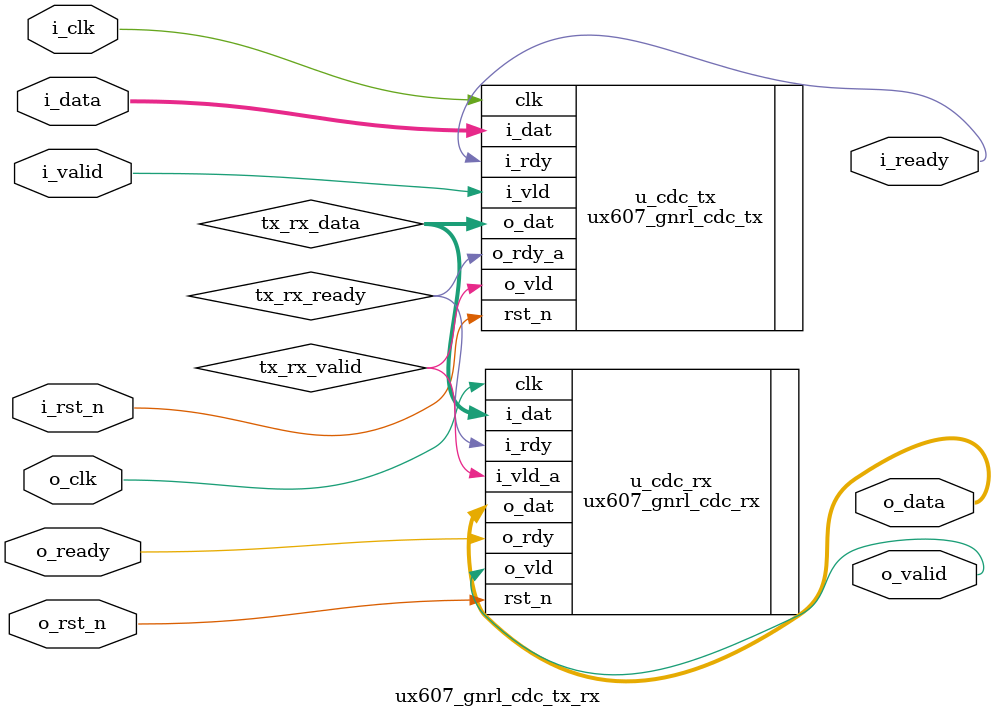
<source format=v>
 /*                                                                      
  *  Copyright (c) 2018-2020 Nuclei System Technology, Inc.              
  *  All rights reserved.                                                
  */                                                                     
                                                                         







module ux607_subsys_axi2axi_async # (
  parameter SYNC_DP = 1,

  parameter AW = 32,
  parameter DW = 32,
  parameter ID_W = 4,
  parameter USR_W = 4,
  parameter MW = 4

) (
  
  output                           i_axi_arready,
  input                            i_axi_arvalid,
  input [ID_W-1:0]                 i_axi_arid,
  input [AW-1:0]                   i_axi_araddr,
  input [7:0]                      i_axi_arlen,
  input [2:0]                      i_axi_arsize,
  input [1:0]                      i_axi_arburst,
  input                            i_axi_arlock,
  input [3:0]                      i_axi_arcache,
  input [2:0]                      i_axi_arprot,
  input [3:0]                      i_axi_arqos,
  input [3:0]                      i_axi_arregion,
  input [USR_W-1:0]                i_axi_aruser,
  
  output                           i_axi_awready,
  input                            i_axi_awvalid,
  input [ID_W-1:0]                 i_axi_awid,
  input [AW-1:0]                   i_axi_awaddr,
  input [7:0]                      i_axi_awlen,
  input [2:0]                      i_axi_awsize,
  input [1:0]                      i_axi_awburst,
  input                            i_axi_awlock,
  input [3:0]                      i_axi_awcache,
  input [2:0]                      i_axi_awprot,
  input [3:0]                      i_axi_awqos,
  input [3:0]                      i_axi_awregion,
  input [USR_W-1:0]                i_axi_awuser, 

  output                           i_axi_wready,
  input                            i_axi_wvalid,
  input [ID_W-1:0]                 i_axi_wid,
  input [DW-1:0]                   i_axi_wdata,
  input [MW-1:0]                   i_axi_wstrb,
  input                            i_axi_wlast,
  
  input                            i_axi_rready,
  output                           i_axi_rvalid,
  output [ID_W-1:0]                i_axi_rid,
  output [DW-1:0]                  i_axi_rdata,
  output [1:0]                     i_axi_rresp,
  output                           i_axi_rlast,
  
  input                            i_axi_bready,
  output                           i_axi_bvalid,
  output [ID_W-1:0]                i_axi_bid,
  output [1:0]                     i_axi_bresp,


  input                            o_axi_arready,
  output                           o_axi_arvalid,
  output [ID_W-1:0]                o_axi_arid,
  output [AW-1:0]                  o_axi_araddr,
  output [7:0]                     o_axi_arlen,
  output [2:0]                     o_axi_arsize,
  output [1:0]                     o_axi_arburst,
  output                           o_axi_arlock,
  output [3:0]                     o_axi_arcache,
  output [2:0]                     o_axi_arprot,
  output [3:0]                     o_axi_arqos,
  output [3:0]                     o_axi_arregion,
  output [USR_W-1:0]               o_axi_aruser,
  
  input                            o_axi_awready,
  output                           o_axi_awvalid,
  output [ID_W-1:0]                o_axi_awid,
  output [AW-1:0]                  o_axi_awaddr,
  output [7:0]                     o_axi_awlen,
  output [2:0]                     o_axi_awsize,
  output [1:0]                     o_axi_awburst,
  output                           o_axi_awlock,
  output [3:0]                     o_axi_awcache,
  output [2:0]                     o_axi_awprot,
  output [3:0]                     o_axi_awqos,
  output [3:0]                     o_axi_awregion,
  output [USR_W-1:0]               o_axi_awuser, 

  input                            o_axi_wready,
  output                           o_axi_wvalid,
  output [ID_W-1:0]                o_axi_wid,
  output [DW-1:0]                  o_axi_wdata,
  output [MW-1:0]                  o_axi_wstrb,
  output                           o_axi_wlast,
  
  output                           o_axi_rready,
  input                            o_axi_rvalid,
  input [ID_W-1:0]                 o_axi_rid,
  input [DW-1:0]                   o_axi_rdata,
  input [1:0]                      o_axi_rresp,
  input                            o_axi_rlast,
  
  output                           o_axi_bready,
  input                            o_axi_bvalid,
  input [ID_W-1:0]                 o_axi_bid,
  input [1:0]                      o_axi_bresp,

  input                            i_clk,
  input                            o_clk,
  input                            i_rst_n,
  input                            o_rst_n 
  );

  
  localparam CMD_AR_PACK_W = (ID_W+AW+8+3+2+1+4+3+4+4+USR_W);

  wire [CMD_AR_PACK_W-1:0] cmd_ar_i_dat = {
                                 i_axi_arid,
                                 i_axi_araddr,
                                 i_axi_arlen,
                                 i_axi_arsize,
                                 i_axi_arburst,
                                 i_axi_arlock,
                                 i_axi_arcache,
                                 i_axi_arprot,
                                 i_axi_arqos,
                                 i_axi_arregion,
                                 i_axi_aruser
                                 };

  wire [CMD_AR_PACK_W-1:0] cmd_ar_o_dat;

  assign {
                                 o_axi_arid,
                                 o_axi_araddr,
                                 o_axi_arlen,
                                 o_axi_arsize,
                                 o_axi_arburst,
                                 o_axi_arlock,
                                 o_axi_arcache,
                                 o_axi_arprot,
                                 o_axi_arqos,
                                 o_axi_arregion,
                                 o_axi_aruser
                                 } = cmd_ar_o_dat;


  ux607_gnrl_cdc_tx_rx # ( .DW(CMD_AR_PACK_W), .SYNC_DP(SYNC_DP) ) u_cmd_ar_cdc_tx_rx (
    .i_clk   (i_clk),
    .i_rst_n (i_rst_n),
    .i_valid (i_axi_arvalid),
    .i_ready (i_axi_arready),
    .i_data  (cmd_ar_i_dat),

    .o_clk   (o_clk),
    .o_rst_n (o_rst_n),
    .o_valid (o_axi_arvalid),
    .o_ready (o_axi_arready),
    .o_data  (cmd_ar_o_dat)
  );

  
  localparam CMD_AW_PACK_W = (ID_W+AW+8+3+2+1+4+3+4+4+USR_W);
  wire [CMD_AW_PACK_W-1:0] cmd_aw_i_dat = {
                                 i_axi_awid,
                                 i_axi_awaddr,
                                 i_axi_awlen,
                                 i_axi_awsize,
                                 i_axi_awburst,
                                 i_axi_awlock,
                                 i_axi_awcache,
                                 i_axi_awprot,
                                 i_axi_awqos,
                                 i_axi_awregion,
                                 i_axi_awuser
                                 };

  wire [CMD_AW_PACK_W-1:0] cmd_aw_o_dat;

  assign {
                                 o_axi_awid,
                                 o_axi_awaddr,
                                 o_axi_awlen,
                                 o_axi_awsize,
                                 o_axi_awburst,
                                 o_axi_awlock,
                                 o_axi_awcache,
                                 o_axi_awprot,
                                 o_axi_awqos,
                                 o_axi_awregion,
                                 o_axi_awuser
                                 } = cmd_aw_o_dat;


  ux607_gnrl_cdc_tx_rx # ( .DW(CMD_AW_PACK_W), .SYNC_DP(SYNC_DP) ) u_cmd_aw_cdc_tx_rx (
    .i_clk   (i_clk),
    .i_rst_n (i_rst_n),
    .i_valid (i_axi_awvalid),
    .i_ready (i_axi_awready),
    .i_data  (cmd_aw_i_dat),

    .o_clk   (o_clk),
    .o_rst_n (o_rst_n),
    .o_valid (o_axi_awvalid),
    .o_ready (o_axi_awready),
    .o_data  (cmd_aw_o_dat)
  );


  
  localparam CMD_W_PACK_W = (ID_W+DW+MW+1);
  wire [CMD_W_PACK_W-1:0] cmd_w_i_dat = {
                                 i_axi_wid,
                                 i_axi_wdata,
                                 i_axi_wstrb,
                                 i_axi_wlast
                                 };

  wire [CMD_W_PACK_W-1:0] cmd_w_o_dat;

  assign {
                                 o_axi_wid,
                                 o_axi_wdata,
                                 o_axi_wstrb,
                                 o_axi_wlast
                                 } = cmd_w_o_dat;


  ux607_gnrl_cdc_tx_rx # ( .DW(CMD_W_PACK_W), .SYNC_DP(SYNC_DP) ) u_cmd_w_cdc_tx_rx (
    .i_clk   (i_clk),
    .i_rst_n (i_rst_n),
    .i_valid (i_axi_wvalid),
    .i_ready (i_axi_wready),
    .i_data  (cmd_w_i_dat),

    .o_clk   (o_clk),
    .o_rst_n (o_rst_n),
    .o_valid (o_axi_wvalid),
    .o_ready (o_axi_wready),
    .o_data  (cmd_w_o_dat)
  );

  
  localparam CMD_R_PACK_W = (ID_W+DW+2+1);
  wire [CMD_R_PACK_W-1:0] rsp_r_i_dat = {
                                 o_axi_rid,
                                 o_axi_rdata,
                                 o_axi_rresp,
                                 o_axi_rlast

                                 };

  wire [CMD_R_PACK_W-1:0] rsp_r_o_dat;

  assign {
                                 i_axi_rid,
                                 i_axi_rdata,
                                 i_axi_rresp,
                                 i_axi_rlast
                                 } = rsp_r_o_dat;

  ux607_gnrl_cdc_tx_rx # ( .DW(CMD_R_PACK_W), .SYNC_DP(SYNC_DP) ) u_rsp_r_cdc_tx_rx (
    .i_clk   (o_clk),
    .i_rst_n (o_rst_n),
    .i_valid (o_axi_rvalid),
    .i_ready (o_axi_rready),
    .i_data  (rsp_r_i_dat),

    .o_clk   (i_clk),
    .o_rst_n (i_rst_n),
    .o_valid (i_axi_rvalid),
    .o_ready (i_axi_rready),
    .o_data  (rsp_r_o_dat)
  );


  
  localparam CMD_B_PACK_W = (ID_W+2);
  wire [CMD_B_PACK_W-1:0] rsp_b_i_dat = {
                                 o_axi_bid,
                                 o_axi_bresp
                                 };

  wire [CMD_B_PACK_W-1:0] rsp_b_o_dat;

  assign {
                                 i_axi_bid,
                                 i_axi_bresp
                                 } = rsp_b_o_dat;

  ux607_gnrl_cdc_tx_rx # ( .DW(CMD_B_PACK_W), .SYNC_DP(SYNC_DP) ) u_rsp_b_cdc_tx_rx (
    .i_clk   (o_clk),
    .i_rst_n (o_rst_n),
    .i_valid (o_axi_bvalid),
    .i_ready (o_axi_bready),
    .i_data  (rsp_b_i_dat),

    .o_clk   (i_clk),
    .o_rst_n (i_rst_n),
    .o_valid (i_axi_bvalid),
    .o_ready (i_axi_bready),
    .o_data  (rsp_b_o_dat)
  );

endmodule




module ux607_gnrl_cdc_tx_rx
# (
  parameter DW = 32,
  parameter SYNC_DP = 2
) (
  input  i_clk,
  input  i_rst_n,
  input  i_valid,
  output i_ready,
  input [DW-1 : 0] i_data,

  input   o_clk,
  input   o_rst_n,
  output  o_valid,
  input   o_ready,
  output [DW-1 : 0] o_data

);


  wire tx_rx_valid ;
  wire tx_rx_ready;
  wire [DW-1:0] tx_rx_data;

  ux607_gnrl_cdc_tx # ( .DW(DW), .SYNC_DP(SYNC_DP) ) u_cdc_tx(
    .i_vld   (i_valid), 
    .i_rdy   (i_ready), 
    .i_dat   (i_data ),

    .o_vld   (tx_rx_valid), 
    .o_rdy_a (tx_rx_ready), 
    .o_dat   (tx_rx_data),

    .clk     (i_clk),
    .rst_n   (i_rst_n) 
  );

  ux607_gnrl_cdc_rx # ( .DW(DW), .SYNC_DP(SYNC_DP) ) u_cdc_rx(
    .i_vld_a(tx_rx_valid), 
    .i_rdy  (tx_rx_ready), 
    .i_dat  (tx_rx_data),

    .o_vld  (o_valid), 
    .o_rdy  (o_ready), 
    .o_dat  (o_data ),

    .clk    (o_clk),
    .rst_n  (o_rst_n) 
  );


endmodule 



</source>
